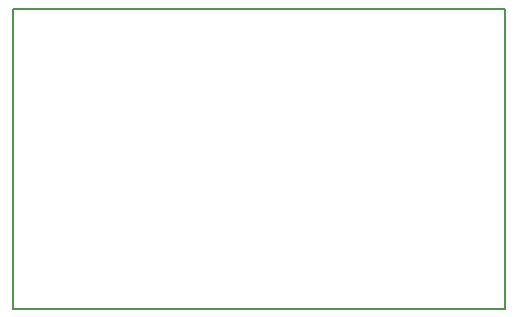
<source format=gm1>
G04 #@! TF.GenerationSoftware,KiCad,Pcbnew,5.1.10*
G04 #@! TF.CreationDate,2022-01-04T22:46:53-05:00*
G04 #@! TF.ProjectId,usbdbg,75736264-6267-42e6-9b69-6361645f7063,rev?*
G04 #@! TF.SameCoordinates,Original*
G04 #@! TF.FileFunction,Profile,NP*
%FSLAX46Y46*%
G04 Gerber Fmt 4.6, Leading zero omitted, Abs format (unit mm)*
G04 Created by KiCad (PCBNEW 5.1.10) date 2022-01-04 22:46:53*
%MOMM*%
%LPD*%
G01*
G04 APERTURE LIST*
G04 #@! TA.AperFunction,Profile*
%ADD10C,0.150000*%
G04 #@! TD*
G04 APERTURE END LIST*
D10*
X129540000Y-76708000D02*
X129540000Y-51308000D01*
X171196000Y-76708000D02*
X129540000Y-76708000D01*
X171196000Y-51308000D02*
X171196000Y-76708000D01*
X129540000Y-51308000D02*
X171196000Y-51308000D01*
M02*

</source>
